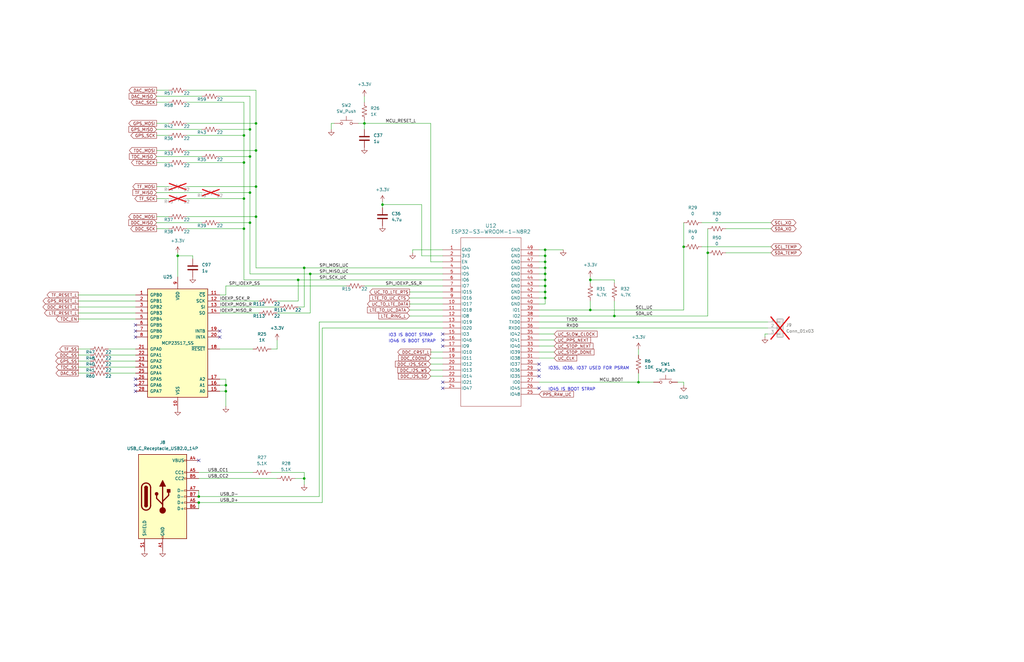
<source format=kicad_sch>
(kicad_sch (version 20231120) (generator "eeschema") (generator_version "8.0")
  (paper "USLedger")
  (title_block (title "MCU") (date "2024-02-02") (rev "0"))
  (lib_symbols
    (symbol "Connector:USB_C_Receptacle_USB2.0_14P" (pin_names (offset 1.016))
      (property "Reference" "J" (at 0 22.225 0))
      (property "Value" "USB_C_Receptacle_USB2.0_14P" (at 0 19.685 0))
      (symbol "USB_C_Receptacle_USB2.0_14P_0_0"
        (rectangle (start -0.254 -17.78) (end 0.254 -16.764))
        (rectangle (start 10.16 -4.826) (end 9.144 -5.334))
        (rectangle (start 10.16 -2.286) (end 9.144 -2.794))
        (rectangle (start 10.16 0.254) (end 9.144 -0.254))
        (rectangle (start 10.16 2.794) (end 9.144 2.286))
        (rectangle (start 10.16 7.874) (end 9.144 7.366))
        (rectangle (start 10.16 10.414) (end 9.144 9.906))
        (rectangle (start 10.16 15.494) (end 9.144 14.986))
      )
      (symbol "USB_C_Receptacle_USB2.0_14P_0_1"
        (rectangle (start -10.16 17.78) (end 10.16 -17.78) (stroke (width 0.254)) (fill (type background)))
        (arc (start -8.89 -3.81) (mid -6.985 -5.7067) (end -5.08 -3.81) (stroke (width 0.508)))
        (arc (start -7.62 -3.81) (mid -6.985 -4.4423) (end -6.35 -3.81) (stroke (width 0.254)))
        (arc (start -7.62 -3.81) (mid -6.985 -4.4423) (end -6.35 -3.81) (stroke (width 0.254)) (fill (type outline)))
        (rectangle (start -7.62 -3.81) (end -6.35 3.81) (stroke (width 0.254)) (fill (type outline)))
        (arc (start -6.35 3.81) (mid -6.985 4.4423) (end -7.62 3.81) (stroke (width 0.254)))
        (arc (start -6.35 3.81) (mid -6.985 4.4423) (end -7.62 3.81) (stroke (width 0.254)) (fill (type outline)))
        (arc (start -5.08 3.81) (mid -6.985 5.7067) (end -8.89 3.81) (stroke (width 0.508)))
        (circle (center -2.54 1.143) (radius 0.635) (stroke (width 0.254)) (fill (type outline)))
        (circle (center 0 -5.842) (radius 1.27) (fill (type outline)))
        (polyline (pts (xy -8.89 -3.81) (xy -8.89 3.81)) (stroke (width 0.508)))
        (polyline (pts (xy -5.08 3.81) (xy -5.08 -3.81)) (stroke (width 0.508)))
        (polyline (pts (xy 0 -5.842) (xy 0 4.318)) (stroke (width 0.508)))
        (polyline (pts (xy 0 -3.302) (xy -2.54 -0.762) (xy -2.54 0.508)) (stroke (width 0.508)))
        (polyline (pts (xy 0 -2.032) (xy 2.54 0.508) (xy 2.54 1.778)) (stroke (width 0.508)))
        (polyline (pts (xy -1.27 4.318) (xy 0 6.858) (xy 1.27 4.318) (xy -1.27 4.318)) (stroke (width 0.254)) (fill (type outline)))
        (rectangle (start 1.905 1.778) (end 3.175 3.048) (stroke (width 0.254)) (fill (type outline)))
      )
      (symbol "USB_C_Receptacle_USB2.0_14P_1_1"
        (pin passive line (at 0 -22.86 90) (length 5.08) (name "GND") (number "A1"))
        (pin passive line (at 0 -22.86 90) (length 5.08) hide (name "GND") (number "A12"))
        (pin passive line (at 15.24 15.24 180) (length 5.08) (name "VBUS") (number "A4"))
        (pin bidirectional line (at 15.24 10.16 180) (length 5.08) (name "CC1") (number "A5"))
        (pin bidirectional line (at 15.24 -2.54 180) (length 5.08) (name "D+") (number "A6"))
        (pin bidirectional line (at 15.24 2.54 180) (length 5.08) (name "D-") (number "A7"))
        (pin passive line (at 15.24 15.24 180) (length 5.08) hide (name "VBUS") (number "A9"))
        (pin passive line (at 0 -22.86 90) (length 5.08) hide (name "GND") (number "B1"))
        (pin passive line (at 0 -22.86 90) (length 5.08) hide (name "GND") (number "B12"))
        (pin passive line (at 15.24 15.24 180) (length 5.08) hide (name "VBUS") (number "B4"))
        (pin bidirectional line (at 15.24 7.62 180) (length 5.08) (name "CC2") (number "B5"))
        (pin bidirectional line (at 15.24 -5.08 180) (length 5.08) (name "D+") (number "B6"))
        (pin bidirectional line (at 15.24 0 180) (length 5.08) (name "D-") (number "B7"))
        (pin passive line (at 15.24 15.24 180) (length 5.08) hide (name "VBUS") (number "B9"))
        (pin passive line (at -7.62 -22.86 90) (length 5.08) (name "SHIELD") (number "S1"))
      )
    )
    (symbol "Connector_Generic:Conn_01x03" (pin_names (offset 1.016) hide)
      (property "Reference" "J" (at 0 5.08 0))
      (property "Value" "Conn_01x03" (at 0 -5.08 0))
      (symbol "Conn_01x03_1_1"
        (rectangle (start -1.27 -2.413) (end 0 -2.667) (stroke (width 0.1524)))
        (rectangle (start -1.27 0.127) (end 0 -0.127) (stroke (width 0.1524)))
        (rectangle (start -1.27 2.667) (end 0 2.413) (stroke (width 0.1524)))
        (rectangle (start -1.27 3.81) (end 1.27 -3.81) (stroke (width 0.254)) (fill (type background)))
        (pin passive line (at -5.08 2.54 0) (length 3.81) (name "Pin_1") (number "1"))
        (pin passive line (at -5.08 0 0) (length 3.81) (name "Pin_2") (number "2"))
        (pin passive line (at -5.08 -2.54 0) (length 3.81) (name "Pin_3") (number "3"))
      )
    )
    (symbol "Device:C" (pin_numbers hide) (pin_names (offset 0.254))
      (property "Reference" "C" (at 0.635 2.54 0))
      (property "Value" "C" (at 0.635 -2.54 0))
      (symbol "C_0_1"
        (polyline (pts (xy -2.032 -0.762) (xy 2.032 -0.762)) (stroke (width 0.508)))
        (polyline (pts (xy -2.032 0.762) (xy 2.032 0.762)) (stroke (width 0.508)))
      )
      (symbol "C_1_1"
        (pin passive line (at 0 3.81 270) (length 2.794) (name "~") (number "1"))
        (pin passive line (at 0 -3.81 90) (length 2.794) (name "~") (number "2"))
      )
    )
    (symbol "Device:R_US" (pin_numbers hide) (pin_names (offset 0))
      (property "Reference" "R" (at 2.54 0 90))
      (property "Value" "R_US" (at -2.54 0 90))
      (symbol "R_US_0_1"
        (polyline (pts (xy 0 -2.286) (xy 0 -2.54)))
        (polyline (pts (xy 0 2.286) (xy 0 2.54)))
        (polyline (pts (xy 0 -0.762) (xy 1.016 -1.143) (xy 0 -1.524) (xy -1.016 -1.905) (xy 0 -2.286)))
        (polyline (pts (xy 0 0.762) (xy 1.016 0.381) (xy 0 0) (xy -1.016 -0.381) (xy 0 -0.762)))
        (polyline (pts (xy 0 2.286) (xy 1.016 1.905) (xy 0 1.524) (xy -1.016 1.143) (xy 0 0.762)))
      )
      (symbol "R_US_1_1"
        (pin passive line (at 0 3.81 270) (length 1.27) (name "~") (number "1"))
        (pin passive line (at 0 -3.81 90) (length 1.27) (name "~") (number "2"))
      )
    )
    (symbol "Interface_Expansion:MCP23S17_SS" (pin_names (offset 1.016))
      (property "Reference" "U" (at -11.43 24.13 0))
      (property "Value" "MCP23S17_SS" (at 0 0 0))
      (symbol "MCP23S17_SS_0_1"
        (rectangle (start -12.7 22.86) (end 12.7 -22.86) (stroke (width 0.254)) (fill (type background)))
      )
      (symbol "MCP23S17_SS_1_1"
        (pin bidirectional line (at 17.78 20.32 180) (length 5.08) (name "GPB0") (number "1"))
        (pin power_in line (at 0 -27.94 90) (length 5.08) (name "VSS") (number "10"))
        (pin input line (at -17.78 20.32 0) (length 5.08) (name "~{CS}") (number "11"))
        (pin input line (at -17.78 17.78 0) (length 5.08) (name "SCK") (number "12"))
        (pin input line (at -17.78 15.24 0) (length 5.08) (name "SI") (number "13"))
        (pin output line (at -17.78 12.7 0) (length 5.08) (name "SO") (number "14"))
        (pin input line (at -17.78 -20.32 0) (length 5.08) (name "A0") (number "15"))
        (pin input line (at -17.78 -17.78 0) (length 5.08) (name "A1") (number "16"))
        (pin input line (at -17.78 -15.24 0) (length 5.08) (name "A2") (number "17"))
        (pin input line (at -17.78 -2.54 0) (length 5.08) (name "~{RESET}") (number "18"))
        (pin tri_state line (at -17.78 5.08 0) (length 5.08) (name "INTB") (number "19"))
        (pin bidirectional line (at 17.78 17.78 180) (length 5.08) (name "GPB1") (number "2"))
        (pin tri_state line (at -17.78 2.54 0) (length 5.08) (name "INTA") (number "20"))
        (pin bidirectional line (at 17.78 -2.54 180) (length 5.08) (name "GPA0") (number "21"))
        (pin bidirectional line (at 17.78 -5.08 180) (length 5.08) (name "GPA1") (number "22"))
        (pin bidirectional line (at 17.78 -7.62 180) (length 5.08) (name "GPA2") (number "23"))
        (pin bidirectional line (at 17.78 -10.16 180) (length 5.08) (name "GPA3") (number "24"))
        (pin bidirectional line (at 17.78 -12.7 180) (length 5.08) (name "GPA4") (number "25"))
        (pin bidirectional line (at 17.78 -15.24 180) (length 5.08) (name "GPA5") (number "26"))
        (pin bidirectional line (at 17.78 -17.78 180) (length 5.08) (name "GPA6") (number "27"))
        (pin bidirectional line (at 17.78 -20.32 180) (length 5.08) (name "GPA7") (number "28"))
        (pin bidirectional line (at 17.78 15.24 180) (length 5.08) (name "GPB2") (number "3"))
        (pin bidirectional line (at 17.78 12.7 180) (length 5.08) (name "GPB3") (number "4"))
        (pin bidirectional line (at 17.78 10.16 180) (length 5.08) (name "GPB4") (number "5"))
        (pin bidirectional line (at 17.78 7.62 180) (length 5.08) (name "GPB5") (number "6"))
        (pin bidirectional line (at 17.78 5.08 180) (length 5.08) (name "GPB6") (number "7"))
        (pin bidirectional line (at 17.78 2.54 180) (length 5.08) (name "GPB7") (number "8"))
        (pin power_in line (at 0 27.94 270) (length 5.08) (name "VDD") (number "9"))
      )
    )
    (symbol "Switch:SW_Push" (pin_numbers hide) (pin_names (offset 1.016) hide)
      (property "Reference" "SW" (at 1.27 2.54 0))
      (property "Value" "SW_Push" (at 0 -1.524 0))
      (symbol "SW_Push_0_1"
        (circle (center -2.032 0) (radius 0.508))
        (polyline (pts (xy 0 1.27) (xy 0 3.048)))
        (polyline (pts (xy 2.54 1.27) (xy -2.54 1.27)))
        (circle (center 2.032 0) (radius 0.508))
        (pin passive line (at -5.08 0 0) (length 2.54) (name "1") (number "1"))
        (pin passive line (at 5.08 0 180) (length 2.54) (name "2") (number "2"))
      )
    )
    (symbol "bgelb_lib:ESP32-S3-WROOM-1-N8R2" (pin_names (offset 0.254))
      (property "Reference" "U" (at 20.32 10.16 0))
      (property "Value" "ESP32-S3-WROOM-1-N8R2" (at 20.32 7.62 0))
      (symbol "ESP32-S3-WROOM-1-N8R2_0_1"
        (polyline (pts (xy 7.62 -66.04) (xy 33.02 -66.04)) (stroke (width 0.127)))
        (polyline (pts (xy 7.62 5.08) (xy 7.62 -66.04)) (stroke (width 0.127)))
        (polyline (pts (xy 33.02 -66.04) (xy 33.02 5.08)) (stroke (width 0.127)))
        (polyline (pts (xy 33.02 5.08) (xy 7.62 5.08)) (stroke (width 0.127)))
        (pin bidirectional line (at 0 -22.86 0) (length 7.62) (name "IO17") (number "10"))
        (pin bidirectional line (at 0 -25.4 0) (length 7.62) (name "IO18") (number "11"))
        (pin bidirectional line (at 0 -27.94 0) (length 7.62) (name "IO8") (number "12"))
        (pin bidirectional line (at 0 -30.48 0) (length 7.62) (name "IO19") (number "13"))
        (pin bidirectional line (at 0 -33.02 0) (length 7.62) (name "IO20") (number "14"))
        (pin bidirectional line (at 0 -35.56 0) (length 7.62) (name "IO3") (number "15"))
        (pin bidirectional line (at 0 -38.1 0) (length 7.62) (name "IO46") (number "16"))
        (pin bidirectional line (at 0 -40.64 0) (length 7.62) (name "IO9") (number "17"))
        (pin bidirectional line (at 0 -43.18 0) (length 7.62) (name "IO10") (number "18"))
        (pin bidirectional line (at 0 -45.72 0) (length 7.62) (name "IO11") (number "19"))
        (pin power_in line (at 0 -2.54 0) (length 7.62) (name "3V3") (number "2"))
        (pin bidirectional line (at 0 -48.26 0) (length 7.62) (name "IO12") (number "20"))
        (pin bidirectional line (at 0 -50.8 0) (length 7.62) (name "IO13") (number "21"))
        (pin bidirectional line (at 0 -53.34 0) (length 7.62) (name "IO14") (number "22"))
        (pin bidirectional line (at 0 -55.88 0) (length 7.62) (name "IO21") (number "23"))
        (pin bidirectional line (at 0 -58.42 0) (length 7.62) (name "IO47") (number "24"))
        (pin bidirectional line (at 40.64 -60.96 180) (length 7.62) (name "IO48") (number "25"))
        (pin bidirectional line (at 40.64 -58.42 180) (length 7.62) (name "IO45") (number "26"))
        (pin bidirectional line (at 40.64 -55.88 180) (length 7.62) (name "IO0") (number "27"))
        (pin bidirectional line (at 40.64 -53.34 180) (length 7.62) (name "IO35") (number "28"))
        (pin bidirectional line (at 40.64 -50.8 180) (length 7.62) (name "IO36") (number "29"))
        (pin input line (at 0 -5.08 0) (length 7.62) (name "EN") (number "3"))
        (pin bidirectional line (at 40.64 -48.26 180) (length 7.62) (name "IO37") (number "30"))
        (pin bidirectional line (at 40.64 -45.72 180) (length 7.62) (name "IO38") (number "31"))
        (pin bidirectional line (at 40.64 -43.18 180) (length 7.62) (name "IO39") (number "32"))
        (pin bidirectional line (at 40.64 -40.64 180) (length 7.62) (name "IO40") (number "33"))
        (pin bidirectional line (at 40.64 -38.1 180) (length 7.62) (name "IO41") (number "34"))
        (pin bidirectional line (at 40.64 -35.56 180) (length 7.62) (name "IO42") (number "35"))
        (pin bidirectional line (at 40.64 -33.02 180) (length 7.62) (name "RXD0") (number "36"))
        (pin bidirectional line (at 40.64 -30.48 180) (length 7.62) (name "TXD0") (number "37"))
        (pin bidirectional line (at 40.64 -27.94 180) (length 7.62) (name "IO2") (number "38"))
        (pin bidirectional line (at 40.64 -25.4 180) (length 7.62) (name "IO1") (number "39"))
        (pin bidirectional line (at 0 -7.62 0) (length 7.62) (name "IO4") (number "4"))
        (pin bidirectional line (at 0 -10.16 0) (length 7.62) (name "IO5") (number "5"))
        (pin bidirectional line (at 0 -12.7 0) (length 7.62) (name "IO6") (number "6"))
        (pin bidirectional line (at 0 -15.24 0) (length 7.62) (name "IO7") (number "7"))
        (pin bidirectional line (at 0 -17.78 0) (length 7.62) (name "IO15") (number "8"))
        (pin bidirectional line (at 0 -20.32 0) (length 7.62) (name "IO16") (number "9"))
      )
      (symbol "ESP32-S3-WROOM-1-N8R2_1_1"
        (pin power_in line (at 0 0 0) (length 7.62) (name "GND") (number "1"))
        (pin power_in line (at 40.64 -22.86 180) (length 7.62) (name "GND") (number "40"))
        (pin power_in line (at 40.64 -20.32 180) (length 7.62) (name "GND") (number "41"))
        (pin power_in line (at 40.64 -17.78 180) (length 7.62) (name "GND") (number "42"))
        (pin power_in line (at 40.64 -15.24 180) (length 7.62) (name "GND") (number "43"))
        (pin power_in line (at 40.64 -12.7 180) (length 7.62) (name "GND") (number "44"))
        (pin power_in line (at 40.64 -10.16 180) (length 7.62) (name "GND") (number "45"))
        (pin power_in line (at 40.64 -7.62 180) (length 7.62) (name "GND") (number "46"))
        (pin power_in line (at 40.64 -5.08 180) (length 7.62) (name "GND") (number "47"))
        (pin power_in line (at 40.64 -2.54 180) (length 7.62) (name "GND") (number "48"))
        (pin power_in line (at 40.64 0 180) (length 7.62) (name "GND") (number "49"))
      )
    )
    (symbol "power:+3.3V" (power) (pin_names (offset 0))
      (property "Value" "+3.3V" (at 0 3.556 0))
      (symbol "+3.3V_0_1"
        (polyline (pts (xy -0.762 1.27) (xy 0 2.54)))
        (polyline (pts (xy 0 0) (xy 0 2.54)))
        (polyline (pts (xy 0 2.54) (xy 0.762 1.27)))
      )
      (symbol "+3.3V_1_1"
        (pin power_in line (at 0 0 90) (length 0) hide (name "+3.3V") (number "1"))
      )
    )
    (symbol "power:GND" (power) (pin_names (offset 0))
      (property "Value" "GND" (at 0 -3.81 0))
      (symbol "GND_0_1"
        (polyline (pts (xy 0 0) (xy 0 -1.27) (xy 1.27 -1.27) (xy 0 -2.54) (xy -1.27 -1.27) (xy 0 -1.27)))
      )
      (symbol "GND_1_1"
        (pin power_in line (at 0 0 270) (length 0) hide (name "GND") (number "1"))
      )
    )
  )
  (junction (at 107.95 78.74))
  (junction (at 83.82 212.09))
  (junction (at 95.25 165.1))
  (junction (at 95.25 162.56))
  (junction (at 107.95 91.44))
  (junction (at 229.87 113.03))
  (junction (at 130.81 115.57))
  (junction (at 105.41 66.04))
  (junction (at 229.87 115.57))
  (junction (at 259.08 133.35))
  (junction (at 153.67 52.07))
  (junction (at 229.87 123.19))
  (junction (at 248.92 118.11))
  (junction (at 229.87 125.73))
  (junction (at 229.87 118.11))
  (junction (at 229.87 105.41))
  (junction (at 74.93 107.95))
  (junction (at 298.45 106.68))
  (junction (at 83.82 209.55))
  (junction (at 107.95 63.5))
  (junction (at 229.87 120.65))
  (junction (at 128.27 113.03))
  (junction (at 105.41 54.61))
  (junction (at 102.87 57.15))
  (junction (at 229.87 110.49))
  (junction (at 161.29 86.36))
  (junction (at 269.24 161.29))
  (junction (at 102.87 96.52))
  (junction (at 128.27 201.93))
  (junction (at 248.92 130.81))
  (junction (at 107.95 52.07))
  (junction (at 102.87 68.58))
  (junction (at 105.41 93.98))
  (junction (at 288.29 104.14))
  (junction (at 229.87 107.95))
  (junction (at 102.87 83.82))
  (junction (at 125.73 118.11))
  (junction (at 105.41 81.28))
  (no_connect (at 57.15 165.1))
  (no_connect (at 57.15 160.02))
  (no_connect (at 227.33 158.75))
  (no_connect (at 57.15 137.16))
  (no_connect (at 186.69 146.05))
  (no_connect (at 83.82 194.31))
  (no_connect (at 57.15 139.7))
  (no_connect (at 92.71 142.24))
  (no_connect (at 227.33 156.21))
  (no_connect (at 186.69 163.83))
  (no_connect (at 186.69 161.29))
  (no_connect (at 186.69 140.97))
  (no_connect (at 92.71 139.7))
  (no_connect (at 227.33 153.67))
  (no_connect (at 57.15 162.56))
  (no_connect (at 227.33 163.83))
  (no_connect (at 186.69 143.51))
  (no_connect (at 57.15 142.24))
  (wire (pts (xy 248.92 118.11) (xy 248.92 119.38)))
  (wire (pts (xy 128.27 113.03) (xy 186.69 113.03)))
  (wire (pts (xy 186.69 118.11) (xy 125.73 118.11)))
  (wire (pts (xy 33.02 134.62) (xy 57.15 134.62)))
  (wire (pts (xy 269.24 157.48) (xy 269.24 161.29)))
  (wire (pts (xy 186.69 105.41) (xy 173.99 105.41)))
  (wire (pts (xy 33.02 132.08) (xy 57.15 132.08)))
  (wire (pts (xy 128.27 201.93) (xy 128.27 204.47)))
  (wire (pts (xy 229.87 118.11) (xy 229.87 115.57)))
  (wire (pts (xy 181.61 153.67) (xy 186.69 153.67)))
  (wire (pts (xy 83.82 199.39) (xy 106.68 199.39)))
  (wire (pts (xy 102.87 96.52) (xy 102.87 83.82)))
  (wire (pts (xy 322.58 140.97) (xy 323.85 140.97)))
  (wire (pts (xy 66.04 57.15) (xy 71.12 57.15)))
  (wire (pts (xy 227.33 143.51) (xy 233.68 143.51)))
  (wire (pts (xy 105.41 93.98) (xy 105.41 81.28)))
  (wire (pts (xy 229.87 128.27) (xy 229.87 125.73)))
  (wire (pts (xy 135.89 212.09) (xy 135.89 138.43)))
  (wire (pts (xy 66.04 83.82) (xy 71.12 83.82)))
  (wire (pts (xy 134.62 209.55) (xy 134.62 135.89)))
  (wire (pts (xy 107.95 91.44) (xy 107.95 113.03)))
  (wire (pts (xy 33.02 129.54) (xy 57.15 129.54)))
  (wire (pts (xy 186.69 107.95) (xy 177.8 107.95)))
  (wire (pts (xy 114.3 147.32) (xy 116.84 147.32)))
  (wire (pts (xy 78.74 96.52) (xy 102.87 96.52)))
  (wire (pts (xy 95.25 162.56) (xy 95.25 165.1)))
  (wire (pts (xy 248.92 116.84) (xy 248.92 118.11)))
  (wire (pts (xy 172.72 128.27) (xy 186.69 128.27)))
  (wire (pts (xy 227.33 140.97) (xy 233.68 140.97)))
  (wire (pts (xy 92.71 129.54) (xy 118.11 129.54)))
  (wire (pts (xy 227.33 161.29) (xy 269.24 161.29)))
  (wire (pts (xy 306.07 96.52) (xy 325.12 96.52)))
  (wire (pts (xy 102.87 68.58) (xy 102.87 57.15)))
  (wire (pts (xy 139.7 54.61) (xy 139.7 52.07)))
  (wire (pts (xy 66.04 66.04) (xy 85.09 66.04)))
  (wire (pts (xy 298.45 96.52) (xy 298.45 106.68)))
  (wire (pts (xy 128.27 199.39) (xy 128.27 201.93)))
  (wire (pts (xy 125.73 129.54) (xy 128.27 129.54)))
  (wire (pts (xy 227.33 120.65) (xy 229.87 120.65)))
  (wire (pts (xy 45.72 154.94) (xy 57.15 154.94)))
  (wire (pts (xy 66.04 38.1) (xy 71.12 38.1)))
  (wire (pts (xy 227.33 125.73) (xy 229.87 125.73)))
  (wire (pts (xy 161.29 86.36) (xy 161.29 87.63)))
  (wire (pts (xy 227.33 138.43) (xy 323.85 138.43)))
  (wire (pts (xy 95.25 120.65) (xy 146.05 120.65)))
  (wire (pts (xy 66.04 43.18) (xy 71.12 43.18)))
  (wire (pts (xy 181.61 52.07) (xy 181.61 110.49)))
  (wire (pts (xy 92.71 147.32) (xy 106.68 147.32)))
  (wire (pts (xy 269.24 147.32) (xy 269.24 149.86)))
  (wire (pts (xy 107.95 78.74) (xy 107.95 91.44)))
  (wire (pts (xy 227.33 151.13) (xy 233.68 151.13)))
  (wire (pts (xy 102.87 118.11) (xy 125.73 118.11)))
  (wire (pts (xy 306.07 106.68) (xy 325.12 106.68)))
  (wire (pts (xy 45.72 147.32) (xy 57.15 147.32)))
  (wire (pts (xy 227.33 135.89) (xy 323.85 135.89)))
  (wire (pts (xy 92.71 162.56) (xy 95.25 162.56)))
  (wire (pts (xy 66.04 78.74) (xy 71.12 78.74)))
  (wire (pts (xy 95.25 124.46) (xy 92.71 124.46)))
  (wire (pts (xy 116.84 127) (xy 125.73 127)))
  (wire (pts (xy 186.69 115.57) (xy 130.81 115.57)))
  (wire (pts (xy 33.02 149.86) (xy 38.1 149.86)))
  (wire (pts (xy 181.61 151.13) (xy 186.69 151.13)))
  (wire (pts (xy 295.91 93.98) (xy 325.12 93.98)))
  (wire (pts (xy 66.04 63.5) (xy 71.12 63.5)))
  (wire (pts (xy 105.41 81.28) (xy 105.41 66.04)))
  (wire (pts (xy 139.7 52.07) (xy 140.97 52.07)))
  (wire (pts (xy 92.71 165.1) (xy 95.25 165.1)))
  (wire (pts (xy 227.33 128.27) (xy 229.87 128.27)))
  (wire (pts (xy 38.1 157.48) (xy 33.02 157.48)))
  (wire (pts (xy 83.82 209.55) (xy 134.62 209.55)))
  (wire (pts (xy 66.04 91.44) (xy 71.12 91.44)))
  (wire (pts (xy 81.28 109.22) (xy 81.28 107.95)))
  (wire (pts (xy 128.27 113.03) (xy 128.27 129.54)))
  (wire (pts (xy 229.87 113.03) (xy 229.87 110.49)))
  (wire (pts (xy 288.29 104.14) (xy 288.29 130.81)))
  (wire (pts (xy 153.67 52.07) (xy 181.61 52.07)))
  (wire (pts (xy 45.72 149.86) (xy 57.15 149.86)))
  (wire (pts (xy 227.33 107.95) (xy 229.87 107.95)))
  (wire (pts (xy 181.61 148.59) (xy 186.69 148.59)))
  (wire (pts (xy 295.91 104.14) (xy 325.12 104.14)))
  (wire (pts (xy 172.72 123.19) (xy 186.69 123.19)))
  (wire (pts (xy 124.46 201.93) (xy 128.27 201.93)))
  (wire (pts (xy 173.99 105.41) (xy 173.99 106.68)))
  (wire (pts (xy 102.87 57.15) (xy 78.74 57.15)))
  (wire (pts (xy 74.93 107.95) (xy 81.28 107.95)))
  (wire (pts (xy 229.87 120.65) (xy 229.87 118.11)))
  (wire (pts (xy 66.04 68.58) (xy 71.12 68.58)))
  (wire (pts (xy 153.67 40.64) (xy 153.67 43.18)))
  (wire (pts (xy 92.71 127) (xy 109.22 127)))
  (wire (pts (xy 181.61 110.49) (xy 186.69 110.49)))
  (wire (pts (xy 33.02 147.32) (xy 38.1 147.32)))
  (wire (pts (xy 161.29 85.09) (xy 161.29 86.36)))
  (wire (pts (xy 92.71 66.04) (xy 105.41 66.04)))
  (wire (pts (xy 227.33 110.49) (xy 229.87 110.49)))
  (wire (pts (xy 259.08 118.11) (xy 248.92 118.11)))
  (wire (pts (xy 116.84 132.08) (xy 130.81 132.08)))
  (wire (pts (xy 288.29 161.29) (xy 288.29 162.56)))
  (wire (pts (xy 153.67 54.61) (xy 153.67 52.07)))
  (wire (pts (xy 105.41 54.61) (xy 92.71 54.61)))
  (wire (pts (xy 269.24 161.29) (xy 275.59 161.29)))
  (wire (pts (xy 151.13 52.07) (xy 153.67 52.07)))
  (wire (pts (xy 66.04 81.28) (xy 85.09 81.28)))
  (wire (pts (xy 105.41 93.98) (xy 105.41 115.57)))
  (wire (pts (xy 45.72 157.48) (xy 57.15 157.48)))
  (wire (pts (xy 227.33 130.81) (xy 248.92 130.81)))
  (wire (pts (xy 66.04 54.61) (xy 85.09 54.61)))
  (wire (pts (xy 83.82 212.09) (xy 83.82 214.63)))
  (wire (pts (xy 33.02 124.46) (xy 57.15 124.46)))
  (wire (pts (xy 227.33 105.41) (xy 229.87 105.41)))
  (wire (pts (xy 83.82 207.01) (xy 83.82 209.55)))
  (wire (pts (xy 227.33 115.57) (xy 229.87 115.57)))
  (wire (pts (xy 92.71 40.64) (xy 105.41 40.64)))
  (wire (pts (xy 177.8 107.95) (xy 177.8 86.36)))
  (wire (pts (xy 298.45 133.35) (xy 259.08 133.35)))
  (wire (pts (xy 102.87 96.52) (xy 102.87 118.11)))
  (wire (pts (xy 172.72 125.73) (xy 186.69 125.73)))
  (wire (pts (xy 92.71 93.98) (xy 105.41 93.98)))
  (wire (pts (xy 116.84 147.32) (xy 116.84 143.51)))
  (wire (pts (xy 33.02 127) (xy 57.15 127)))
  (wire (pts (xy 259.08 127) (xy 259.08 133.35)))
  (wire (pts (xy 107.95 113.03) (xy 128.27 113.03)))
  (wire (pts (xy 105.41 66.04) (xy 105.41 54.61)))
  (wire (pts (xy 74.93 107.95) (xy 74.93 116.84)))
  (wire (pts (xy 114.3 199.39) (xy 128.27 199.39)))
  (wire (pts (xy 227.33 113.03) (xy 229.87 113.03)))
  (wire (pts (xy 105.41 115.57) (xy 130.81 115.57)))
  (wire (pts (xy 229.87 107.95) (xy 229.87 105.41)))
  (wire (pts (xy 248.92 127) (xy 248.92 130.81)))
  (wire (pts (xy 74.93 106.68) (xy 74.93 107.95)))
  (wire (pts (xy 227.33 123.19) (xy 229.87 123.19)))
  (wire (pts (xy 259.08 119.38) (xy 259.08 118.11)))
  (wire (pts (xy 227.33 118.11) (xy 229.87 118.11)))
  (wire (pts (xy 33.02 154.94) (xy 38.1 154.94)))
  (wire (pts (xy 92.71 81.28) (xy 105.41 81.28)))
  (wire (pts (xy 107.95 52.07) (xy 107.95 63.5)))
  (wire (pts (xy 229.87 125.73) (xy 229.87 123.19)))
  (wire (pts (xy 229.87 123.19) (xy 229.87 120.65)))
  (wire (pts (xy 107.95 38.1) (xy 107.95 52.07)))
  (wire (pts (xy 83.82 212.09) (xy 135.89 212.09)))
  (wire (pts (xy 125.73 118.11) (xy 125.73 127)))
  (wire (pts (xy 45.72 152.4) (xy 57.15 152.4)))
  (wire (pts (xy 105.41 40.64) (xy 105.41 54.61)))
  (wire (pts (xy 227.33 148.59) (xy 233.68 148.59)))
  (wire (pts (xy 83.82 201.93) (xy 116.84 201.93)))
  (wire (pts (xy 92.71 160.02) (xy 95.25 160.02)))
  (wire (pts (xy 102.87 83.82) (xy 102.87 68.58)))
  (wire (pts (xy 95.25 120.65) (xy 95.25 124.46)))
  (wire (pts (xy 172.72 130.81) (xy 186.69 130.81)))
  (wire (pts (xy 95.25 165.1) (xy 95.25 171.45)))
  (wire (pts (xy 78.74 83.82) (xy 102.87 83.82)))
  (wire (pts (xy 66.04 96.52) (xy 71.12 96.52)))
  (wire (pts (xy 33.02 152.4) (xy 38.1 152.4)))
  (wire (pts (xy 177.8 86.36) (xy 161.29 86.36)))
  (wire (pts (xy 135.89 138.43) (xy 186.69 138.43)))
  (wire (pts (xy 66.04 40.64) (xy 85.09 40.64)))
  (wire (pts (xy 78.74 91.44) (xy 107.95 91.44)))
  (wire (pts (xy 130.81 115.57) (xy 130.81 132.08)))
  (wire (pts (xy 153.67 120.65) (xy 186.69 120.65)))
  (wire (pts (xy 322.58 142.24) (xy 322.58 140.97)))
  (wire (pts (xy 285.75 161.29) (xy 288.29 161.29)))
  (wire (pts (xy 66.04 93.98) (xy 85.09 93.98)))
  (wire (pts (xy 134.62 135.89) (xy 186.69 135.89)))
  (wire (pts (xy 227.33 146.05) (xy 233.68 146.05)))
  (wire (pts (xy 288.29 93.98) (xy 288.29 104.14)))
  (wire (pts (xy 229.87 105.41) (xy 237.49 105.41)))
  (wire (pts (xy 78.74 43.18) (xy 102.87 43.18)))
  (wire (pts (xy 102.87 43.18) (xy 102.87 57.15)))
  (wire (pts (xy 78.74 78.74) (xy 107.95 78.74)))
  (wire (pts (xy 288.29 130.81) (xy 248.92 130.81)))
  (wire (pts (xy 92.71 132.08) (xy 109.22 132.08)))
  (wire (pts (xy 172.72 133.35) (xy 186.69 133.35)))
  (wire (pts (xy 66.04 52.07) (xy 71.12 52.07)))
  (wire (pts (xy 153.67 52.07) (xy 153.67 50.8)))
  (wire (pts (xy 95.25 160.02) (xy 95.25 162.56)))
  (wire (pts (xy 78.74 63.5) (xy 107.95 63.5)))
  (wire (pts (xy 181.61 158.75) (xy 186.69 158.75)))
  (wire (pts (xy 229.87 110.49) (xy 229.87 107.95)))
  (wire (pts (xy 78.74 38.1) (xy 107.95 38.1)))
  (wire (pts (xy 227.33 133.35) (xy 259.08 133.35)))
  (wire (pts (xy 229.87 115.57) (xy 229.87 113.03)))
  (wire (pts (xy 181.61 156.21) (xy 186.69 156.21)))
  (wire (pts (xy 107.95 63.5) (xy 107.95 78.74)))
  (wire (pts (xy 78.74 52.07) (xy 107.95 52.07)))
  (wire (pts (xy 298.45 106.68) (xy 298.45 133.35)))
  (wire (pts (xy 78.74 68.58) (xy 102.87 68.58)))
  (text "IO3 IS BOOT STRAP" (at 163.83 142.24 0) (effects (font (size 1.27 1.27)) (justify left bottom)))
  (text "IO35, IO36, IO37 USED FOR PSRAM" (at 231.14 156.21 0) (effects (font (size 1.27 1.27)) (justify left bottom)))
  (text "IO45 IS BOOT STRAP" (at 231.14 165.1 0) (effects (font (size 1.27 1.27)) (justify left bottom)))
  (text "IO46 IS BOOT STRAP" (at 163.83 144.78 0) (effects (font (size 1.27 1.27)) (justify left bottom)))
  (label "IOEXP_MOSI_R" (at 92.71 129.54 0))
  (label "TXD0" (at 238.76 135.89 0))
  (label "RXD0" (at 238.76 138.43 0))
  (label "USB_D-" (at 92.71 209.55 0))
  (label "SDA_UC" (at 267.97 133.35 0))
  (label "SCL_UC" (at 267.97 130.81 0))
  (label "SPI_IOEXP_SS_R" (at 162.56 120.65 0))
  (label "MCU_RESET_L" (at 162.56 52.07 0))
  (label "SPI_MISO_UC" (at 134.62 115.57 0))
  (label "SPI_SCK_UC" (at 134.62 118.11 0))
  (label "USB_D+" (at 92.71 212.09 0))
  (label "SPI_MOSI_UC" (at 134.62 113.03 0))
  (label "USB_CC1" (at 87.63 199.39 0))
  (label "IOEXP_MISO_R" (at 92.71 132.08 0))
  (label "USB_CC2" (at 87.63 201.93 0))
  (label "IOEXP_SCK_R" (at 92.71 127 0))
  (label "MCU_BOOT" (at 252.73 161.29 0))
  (label "SPI_IOEXP_SS" (at 96.52 120.65 0))
  (global_label "TF_SS" (shape output) (at 33.02 147.32 180) (property "Intersheetrefs" "${INTERSHEET_REFS}" (effects (hide yes))))
  (global_label "PPS_RAW_UC" (shape input) (at 227.33 166.37 0) (property "Intersheetrefs" "${INTERSHEET_REFS}" (effects (hide yes))))
  (global_label "TF_MISO" (shape input) (at 66.04 81.28 180) (property "Intersheetrefs" "${INTERSHEET_REFS}" (effects (hide yes))))
  (global_label "SDA_TEMP" (shape bidirectional) (at 325.12 106.68 0) (property "Intersheetrefs" "${INTERSHEET_REFS}" (effects (hide yes))))
  (global_label "LTE_TO_UC_CTS" (shape input) (at 172.72 125.73 180) (property "Intersheetrefs" "${INTERSHEET_REFS}" (effects (hide yes))))
  (global_label "TF_SCK" (shape output) (at 66.04 83.82 180) (property "Intersheetrefs" "${INTERSHEET_REFS}" (effects (hide yes))))
  (global_label "LTE_RESET_L" (shape output) (at 33.02 132.08 180) (property "Intersheetrefs" "${INTERSHEET_REFS}" (effects (hide yes))))
  (global_label "DDC_MISO" (shape input) (at 66.04 93.98 180) (property "Intersheetrefs" "${INTERSHEET_REFS}" (effects (hide yes))))
  (global_label "DDC_I2S_WS" (shape input) (at 181.61 156.21 180) (property "Intersheetrefs" "${INTERSHEET_REFS}" (effects (hide yes))))
  (global_label "GPS_SCK" (shape output) (at 66.04 57.15 180) (property "Intersheetrefs" "${INTERSHEET_REFS}" (effects (hide yes))))
  (global_label "DAC_SCK" (shape output) (at 66.04 43.18 180) (property "Intersheetrefs" "${INTERSHEET_REFS}" (effects (hide yes))))
  (global_label "TDC_SCK" (shape output) (at 66.04 68.58 180) (property "Intersheetrefs" "${INTERSHEET_REFS}" (effects (hide yes))))
  (global_label "UC_PPS_NEXT" (shape input) (at 233.68 143.51 0) (property "Intersheetrefs" "${INTERSHEET_REFS}" (effects (hide yes))))
  (global_label "TDC_SS" (shape output) (at 33.02 154.94 180) (property "Intersheetrefs" "${INTERSHEET_REFS}" (effects (hide yes))))
  (global_label "SCL_TEMP" (shape bidirectional) (at 325.12 104.14 0) (property "Intersheetrefs" "${INTERSHEET_REFS}" (effects (hide yes))))
  (global_label "DAC_SS" (shape output) (at 33.02 157.48 180) (property "Intersheetrefs" "${INTERSHEET_REFS}" (effects (hide yes))))
  (global_label "GPS_RESET_L" (shape output) (at 33.02 127 180) (property "Intersheetrefs" "${INTERSHEET_REFS}" (effects (hide yes))))
  (global_label "GPS_MISO" (shape input) (at 66.04 54.61 180) (property "Intersheetrefs" "${INTERSHEET_REFS}" (effects (hide yes))))
  (global_label "DAC_MISO" (shape input) (at 66.04 40.64 180) (property "Intersheetrefs" "${INTERSHEET_REFS}" (effects (hide yes))))
  (global_label "UC_SLOW_CLOCK" (shape input) (at 233.68 140.97 0) (property "Intersheetrefs" "${INTERSHEET_REFS}" (effects (hide yes))))
  (global_label "UC_STOP_NEXT" (shape input) (at 233.68 146.05 0) (property "Intersheetrefs" "${INTERSHEET_REFS}" (effects (hide yes))))
  (global_label "DDC_MOSI" (shape output) (at 66.04 91.44 180) (property "Intersheetrefs" "${INTERSHEET_REFS}" (effects (hide yes))))
  (global_label "UC_CLK" (shape input) (at 233.68 151.13 0) (property "Intersheetrefs" "${INTERSHEET_REFS}" (effects (hide yes))))
  (global_label "LTE_RING_L" (shape input) (at 172.72 133.35 180) (property "Intersheetrefs" "${INTERSHEET_REFS}" (effects (hide yes))))
  (global_label "SCL_XO" (shape bidirectional) (at 325.12 93.98 0) (property "Intersheetrefs" "${INTERSHEET_REFS}" (effects (hide yes))))
  (global_label "TDC_MOSI" (shape output) (at 66.04 63.5 180) (property "Intersheetrefs" "${INTERSHEET_REFS}" (effects (hide yes))))
  (global_label "DDC_CDONE" (shape input) (at 181.61 151.13 180) (property "Intersheetrefs" "${INTERSHEET_REFS}" (effects (hide yes))))
  (global_label "SDA_XO" (shape bidirectional) (at 325.12 96.52 0) (property "Intersheetrefs" "${INTERSHEET_REFS}" (effects (hide yes))))
  (global_label "TF_MOSI" (shape output) (at 66.04 78.74 180) (property "Intersheetrefs" "${INTERSHEET_REFS}" (effects (hide yes))))
  (global_label "DDC_I2S_SCK" (shape input) (at 181.61 153.67 180) (property "Intersheetrefs" "${INTERSHEET_REFS}" (effects (hide yes))))
  (global_label "DDC_SS" (shape output) (at 33.02 149.86 180) (property "Intersheetrefs" "${INTERSHEET_REFS}" (effects (hide yes))))
  (global_label "DDC_CRST_L" (shape output) (at 181.61 148.59 180) (property "Intersheetrefs" "${INTERSHEET_REFS}" (effects (hide yes))))
  (global_label "GPS_SS" (shape output) (at 33.02 152.4 180) (property "Intersheetrefs" "${INTERSHEET_REFS}" (effects (hide yes))))
  (global_label "DDC_RESET_L" (shape output) (at 33.02 129.54 180) (property "Intersheetrefs" "${INTERSHEET_REFS}" (effects (hide yes))))
  (global_label "TF_RESET_L" (shape output) (at 33.02 124.46 180) (property "Intersheetrefs" "${INTERSHEET_REFS}" (effects (hide yes))))
  (global_label "LTE_TO_UC_DATA" (shape input) (at 172.72 130.81 180) (property "Intersheetrefs" "${INTERSHEET_REFS}" (effects (hide yes))))
  (global_label "UC_TO_LTE_RTS" (shape output) (at 172.72 123.19 180) (property "Intersheetrefs" "${INTERSHEET_REFS}" (effects (hide yes))))
  (global_label "GPS_MOSI" (shape output) (at 66.04 52.07 180) (property "Intersheetrefs" "${INTERSHEET_REFS}" (effects (hide yes))))
  (global_label "DDC_I2S_SD" (shape input) (at 181.61 158.75 180) (property "Intersheetrefs" "${INTERSHEET_REFS}" (effects (hide yes))))
  (global_label "UC_STOP_DONE" (shape input) (at 233.68 148.59 0) (property "Intersheetrefs" "${INTERSHEET_REFS}" (effects (hide yes))))
  (global_label "TDC_MISO" (shape input) (at 66.04 66.04 180) (property "Intersheetrefs" "${INTERSHEET_REFS}" (effects (hide yes))))
  (global_label "TDC_EN" (shape output) (at 33.02 134.62 180) (property "Intersheetrefs" "${INTERSHEET_REFS}" (effects (hide yes))))
  (global_label "DDC_SCK" (shape output) (at 66.04 96.52 180) (property "Intersheetrefs" "${INTERSHEET_REFS}" (effects (hide yes))))
  (global_label "DAC_MOSI" (shape output) (at 66.04 38.1 180) (property "Intersheetrefs" "${INTERSHEET_REFS}" (effects (hide yes))))
  (global_label "UC_TO_LTE_DATA" (shape output) (at 172.72 128.27 180) (property "Intersheetrefs" "${INTERSHEET_REFS}" (effects (hide yes))))
  (symbol (lib_id "power:GND") (at 60.96 232.41 0) (unit 1)
    (property "Reference" "#PWR085" (effects (hide yes)))
    (property "Value" "GND" (effects (hide yes)))
  )
  (symbol (lib_id "Device:R_US") (at 248.92 123.19 0) (unit 1)
    (property "Reference" "R31" (at 251.46 121.92 0) (effects (justify left)))
    (property "Value" "4.7K" (at 251.46 124.46 0) (effects (justify left)))
    (property "Footprint" "Resistor_SMD:R_0603_1608Metric_Pad0.98x0.95mm_HandSolder" (effects (hide yes)))
  )
  (symbol (lib_id "power:GND") (at 95.25 171.45 0) (unit 1)
    (property "Reference" "#PWR0215" (effects (hide yes)))
    (property "Value" "GND" (effects (hide yes)))
  )
  (symbol (lib_id "Device:R_US") (at 153.67 46.99 0) (unit 1)
    (property "Reference" "R26" (at 156.21 45.72 0) (effects (justify left)))
    (property "Value" "1K" (at 156.21 48.26 0) (effects (justify left)))
    (property "Footprint" "Resistor_SMD:R_0603_1608Metric_Pad0.98x0.95mm_HandSolder" (effects (hide yes)))
  )
  (symbol (lib_id "power:GND") (at 128.27 204.47 0) (unit 1)
    (property "Reference" "#PWR086" (effects (hide yes)))
    (property "Value" "GND" (effects (hide yes)))
  )
  (symbol (lib_id "Device:R_US") (at 41.91 149.86 90) (unit 1)
    (property "Reference" "R48" (at 38.1 151.13 90))
    (property "Value" "22" (at 45.72 151.13 90))
    (property "Footprint" "Resistor_SMD:R_0603_1608Metric_Pad0.98x0.95mm_HandSolder" (effects (hide yes)))
  )
  (symbol (lib_id "Device:R_US") (at 74.93 68.58 90) (unit 1)
    (property "Reference" "R34" (at 71.12 69.85 90))
    (property "Value" "22" (at 78.74 69.85 90))
    (property "Footprint" "Resistor_SMD:R_0603_1608Metric_Pad0.98x0.95mm_HandSolder" (effects (hide yes)))
  )
  (symbol (lib_id "Device:R_US") (at 292.1 93.98 90) (unit 1)
    (property "Reference" "R29" (at 292.1 87.63 90))
    (property "Value" "0" (at 292.1 90.17 90))
    (property "Footprint" "Resistor_SMD:R_0603_1608Metric_Pad0.98x0.95mm_HandSolder" (effects (hide yes)))
  )
  (symbol (lib_id "power:GND") (at 288.29 162.56 0) (unit 1)
    (property "Reference" "#PWR090" (effects (hide yes)))
    (property "Value" "GND" (at 288.29 167.64 0))
  )
  (symbol (lib_id "bgelb_lib:ESP32-S3-WROOM-1-N8R2") (at 186.69 105.41 0) (unit 1)
    (property "Reference" "U12" (at 207.01 95.25 0) (effects (font (size 1.524 1.524))))
    (property "Value" "ESP32-S3-WROOM-1-N8R2" (at 207.01 97.79 0) (effects (font (size 1.524 1.524))))
    (property "Footprint" "bgelb_footprint:ESP32-S3-WROOM-1_EXP" (effects (hide yes)))
    (property "Datasheet" "ESP32-S3-WROOM-1-N8R2" (effects (hide yes)))
  )
  (symbol (lib_id "Connector_Generic:Conn_01x03") (at 328.93 138.43 0) (unit 1) (dnp yes)
    (property "Reference" "J9" (at 331.47 137.16 0) (effects (justify left)))
    (property "Value" "Conn_01x03" (at 331.47 139.7 0) (effects (justify left)))
    (property "Footprint" "Connector_PinHeader_2.54mm:PinHeader_1x03_P2.54mm_Vertical" (effects (hide yes)))
  )
  (symbol (lib_id "Device:C") (at 153.67 58.42 0) (unit 1)
    (property "Reference" "C37" (at 157.48 57.15 0) (effects (justify left)))
    (property "Value" "1u" (at 157.48 59.69 0) (effects (justify left)))
    (property "Footprint" "Capacitor_SMD:C_0603_1608Metric_Pad1.08x0.95mm_HandSolder" (effects (hide yes)))
  )
  (symbol (lib_id "Device:R_US") (at 259.08 123.19 0) (unit 1)
    (property "Reference" "R32" (at 261.62 121.92 0) (effects (justify left)))
    (property "Value" "4.7K" (at 261.62 124.46 0) (effects (justify left)))
    (property "Footprint" "Resistor_SMD:R_0603_1608Metric_Pad0.98x0.95mm_HandSolder" (effects (hide yes)))
  )
  (symbol (lib_id "Device:R_US") (at 74.93 52.07 90) (unit 1)
    (property "Reference" "R42" (at 71.12 53.34 90))
    (property "Value" "22" (at 78.74 53.34 90))
    (property "Footprint" "Resistor_SMD:R_0603_1608Metric_Pad0.98x0.95mm_HandSolder" (effects (hide yes)))
  )
  (symbol (lib_id "power:GND") (at 173.99 106.68 0) (unit 1)
    (property "Reference" "#PWR080" (effects (hide yes)))
    (property "Value" "GND" (effects (hide yes)))
  )
  (symbol (lib_id "Device:R_US") (at 88.9 93.98 90) (unit 1)
    (property "Reference" "R39" (at 85.09 95.25 90))
    (property "Value" "22" (at 92.71 95.25 90))
    (property "Footprint" "Resistor_SMD:R_0603_1608Metric_Pad0.98x0.95mm_HandSolder" (effects (hide yes)))
  )
  (symbol (lib_id "power:GND") (at 153.67 62.23 0) (unit 1)
    (property "Reference" "#PWR089" (effects (hide yes)))
    (property "Value" "GND" (effects (hide yes)))
  )
  (symbol (lib_id "Device:R_US") (at 302.26 96.52 90) (unit 1)
    (property "Reference" "R30" (at 302.26 90.17 90))
    (property "Value" "0" (at 302.26 92.71 90))
    (property "Footprint" "Resistor_SMD:R_0603_1608Metric_Pad0.98x0.95mm_HandSolder" (effects (hide yes)))
  )
  (symbol (lib_id "Device:R_US") (at 74.93 83.82 90) (unit 1) (dnp yes)
    (property "Reference" "R45" (at 71.12 85.09 90))
    (property "Value" "22" (at 78.74 85.09 90))
    (property "Footprint" "Resistor_SMD:R_0603_1608Metric_Pad0.98x0.95mm_HandSolder" (effects (hide yes)))
  )
  (symbol (lib_id "Device:R_US") (at 41.91 157.48 270) (unit 1)
    (property "Reference" "R60" (at 38.1 158.75 90))
    (property "Value" "22" (at 45.72 158.75 90))
    (property "Footprint" "Resistor_SMD:R_0603_1608Metric_Pad0.98x0.95mm_HandSolder" (effects (hide yes)))
  )
  (symbol (lib_id "power:+3.3V") (at 116.84 143.51 0) (unit 1)
    (property "Reference" "#PWR0216" (effects (hide yes)))
    (property "Value" "+3.3V" (at 116.84 138.43 0))
  )
  (symbol (lib_id "power:GND") (at 68.58 232.41 0) (unit 1)
    (property "Reference" "#PWR084" (effects (hide yes)))
    (property "Value" "GND" (effects (hide yes)))
  )
  (symbol (lib_id "Device:R_US") (at 113.03 127 90) (unit 1)
    (property "Reference" "R112" (at 109.22 128.27 90))
    (property "Value" "22" (at 116.84 128.27 90))
    (property "Footprint" "Resistor_SMD:R_0603_1608Metric_Pad0.98x0.95mm_HandSolder" (effects (hide yes)))
  )
  (symbol (lib_id "Device:R_US") (at 302.26 106.68 90) (unit 1)
    (property "Reference" "R50" (at 302.26 100.33 90))
    (property "Value" "0" (at 302.26 102.87 90))
    (property "Footprint" "Resistor_SMD:R_0603_1608Metric_Pad0.98x0.95mm_HandSolder" (effects (hide yes)))
  )
  (symbol (lib_id "power:GND") (at 81.28 116.84 0) (unit 1)
    (property "Reference" "#PWR083" (effects (hide yes)))
    (property "Value" "GND" (effects (hide yes)))
  )
  (symbol (lib_id "Switch:SW_Push") (at 280.67 161.29 0) (unit 1)
    (property "Reference" "SW1" (at 280.67 153.67 0))
    (property "Value" "SW_Push" (at 280.67 156.21 0))
    (property "Footprint" "Button_Switch_SMD:SW_SPST_B3U-1000P" (effects (hide yes)))
  )
  (symbol (lib_id "Device:R_US") (at 88.9 40.64 90) (unit 1)
    (property "Reference" "R59" (at 85.09 41.91 90))
    (property "Value" "22" (at 92.71 41.91 90))
    (property "Footprint" "Resistor_SMD:R_0603_1608Metric_Pad0.98x0.95mm_HandSolder" (effects (hide yes)))
  )
  (symbol (lib_id "power:+3.3V") (at 153.67 40.64 0) (unit 1)
    (property "Reference" "#PWR079" (effects (hide yes)))
    (property "Value" "+3.3V" (at 153.67 35.56 0))
  )
  (symbol (lib_id "Connector:USB_C_Receptacle_USB2.0_14P") (at 68.58 209.55 0) (unit 1)
    (property "Reference" "J8" (at 68.58 186.69 0))
    (property "Value" "USB_C_Receptacle_USB2.0_14P" (at 68.58 189.23 0))
    (property "Footprint" "Connector_USB:USB_C_Receptacle_Molex_105450-0101" (effects (hide yes)))
    (property "Datasheet" "https://www.usb.org/sites/default/files/documents/usb_type-c.zip" (effects (hide yes)))
  )
  (symbol (lib_id "power:+3.3V") (at 74.93 106.68 0) (unit 1)
    (property "Reference" "#PWR078" (effects (hide yes)))
    (property "Value" "+3.3V" (at 74.93 101.6 0))
  )
  (symbol (lib_id "Device:R_US") (at 41.91 147.32 90) (unit 1)
    (property "Reference" "R47" (at 38.1 148.59 90))
    (property "Value" "22" (at 45.72 148.59 90))
    (property "Footprint" "Resistor_SMD:R_0603_1608Metric_Pad0.98x0.95mm_HandSolder" (effects (hide yes)))
  )
  (symbol (lib_id "Device:R_US") (at 41.91 154.94 90) (unit 1)
    (property "Reference" "R41" (at 38.1 156.21 90))
    (property "Value" "22" (at 45.72 156.21 90))
    (property "Footprint" "Resistor_SMD:R_0603_1608Metric_Pad0.98x0.95mm_HandSolder" (effects (hide yes)))
  )
  (symbol (lib_id "Device:C") (at 161.29 91.44 0) (unit 1)
    (property "Reference" "C36" (at 165.1 90.17 0) (effects (justify left)))
    (property "Value" "4.7u" (at 165.1 92.71 0) (effects (justify left)))
    (property "Footprint" "Capacitor_SMD:C_0603_1608Metric_Pad1.08x0.95mm_HandSolder" (effects (hide yes)))
  )
  (symbol (lib_id "Device:R_US") (at 74.93 38.1 90) (unit 1)
    (property "Reference" "R57" (at 71.12 39.37 90))
    (property "Value" "22" (at 78.74 39.37 90))
    (property "Footprint" "Resistor_SMD:R_0603_1608Metric_Pad0.98x0.95mm_HandSolder" (effects (hide yes)))
  )
  (symbol (lib_id "power:GND") (at 74.93 172.72 0) (unit 1)
    (property "Reference" "#PWR0214" (effects (hide yes)))
    (property "Value" "GND" (effects (hide yes)))
  )
  (symbol (lib_id "Device:R_US") (at 110.49 147.32 90) (unit 1)
    (property "Reference" "R25" (at 110.49 140.97 90))
    (property "Value" "1K" (at 110.49 143.51 90))
    (property "Footprint" "Resistor_SMD:R_0603_1608Metric_Pad0.98x0.95mm_HandSolder" (effects (hide yes)))
  )
  (symbol (lib_id "Device:R_US") (at 292.1 104.14 90) (unit 1)
    (property "Reference" "R49" (at 292.1 97.79 90))
    (property "Value" "0" (at 292.1 100.33 90))
    (property "Footprint" "Resistor_SMD:R_0603_1608Metric_Pad0.98x0.95mm_HandSolder" (effects (hide yes)))
  )
  (symbol (lib_id "Device:R_US") (at 41.91 152.4 90) (unit 1)
    (property "Reference" "R40" (at 38.1 153.67 90))
    (property "Value" "22" (at 45.72 153.67 90))
    (property "Footprint" "Resistor_SMD:R_0603_1608Metric_Pad0.98x0.95mm_HandSolder" (effects (hide yes)))
  )
  (symbol (lib_id "power:+3.3V") (at 269.24 147.32 0) (unit 1)
    (property "Reference" "#PWR0222" (effects (hide yes)))
    (property "Value" "+3.3V" (at 269.24 142.24 0))
  )
  (symbol (lib_id "Device:R_US") (at 113.03 132.08 90) (unit 1)
    (property "Reference" "R113" (at 109.22 133.35 90))
    (property "Value" "22" (at 116.84 133.35 90))
    (property "Footprint" "Resistor_SMD:R_0603_1608Metric_Pad0.98x0.95mm_HandSolder" (effects (hide yes)))
  )
  (symbol (lib_id "Device:R_US") (at 120.65 201.93 90) (unit 1)
    (property "Reference" "R28" (at 120.65 195.58 90))
    (property "Value" "5.1K" (at 120.65 198.12 90))
    (property "Footprint" "Resistor_SMD:R_0603_1608Metric_Pad0.98x0.95mm_HandSolder" (effects (hide yes)))
  )
  (symbol (lib_id "Device:R_US") (at 88.9 66.04 90) (unit 1)
    (property "Reference" "R35" (at 85.09 67.31 90))
    (property "Value" "22" (at 92.71 67.31 90))
    (property "Footprint" "Resistor_SMD:R_0603_1608Metric_Pad0.98x0.95mm_HandSolder" (effects (hide yes)))
  )
  (symbol (lib_id "Device:R_US") (at 269.24 153.67 0) (unit 1)
    (property "Reference" "R6" (at 271.78 152.4 0) (effects (justify left)))
    (property "Value" "10K" (at 271.78 154.94 0) (effects (justify left)))
    (property "Footprint" "Resistor_SMD:R_0603_1608Metric_Pad0.98x0.95mm_HandSolder" (effects (hide yes)))
  )
  (symbol (lib_id "Device:R_US") (at 110.49 199.39 90) (unit 1)
    (property "Reference" "R27" (at 110.49 193.04 90))
    (property "Value" "5.1K" (at 110.49 195.58 90))
    (property "Footprint" "Resistor_SMD:R_0603_1608Metric_Pad0.98x0.95mm_HandSolder" (effects (hide yes)))
  )
  (symbol (lib_id "Device:C") (at 81.28 113.03 0) (unit 1)
    (property "Reference" "C97" (at 85.09 111.76 0) (effects (justify left)))
    (property "Value" "1u" (at 85.09 114.3 0) (effects (justify left)))
    (property "Footprint" "Capacitor_SMD:C_0603_1608Metric_Pad1.08x0.95mm_HandSolder" (effects (hide yes)))
  )
  (symbol (lib_id "power:GND") (at 237.49 105.41 0) (unit 1)
    (property "Reference" "#PWR088" (effects (hide yes)))
    (property "Value" "GND" (effects (hide yes)))
  )
  (symbol (lib_id "power:GND") (at 322.58 142.24 0) (unit 1)
    (property "Reference" "#PWR087" (effects (hide yes)))
    (property "Value" "GND" (effects (hide yes)))
  )
  (symbol (lib_id "Device:R_US") (at 74.93 91.44 90) (unit 1)
    (property "Reference" "R37" (at 71.12 92.71 90))
    (property "Value" "22" (at 78.74 92.71 90))
    (property "Footprint" "Resistor_SMD:R_0603_1608Metric_Pad0.98x0.95mm_HandSolder" (effects (hide yes)))
  )
  (symbol (lib_id "power:+3.3V") (at 248.92 116.84 0) (unit 1)
    (property "Reference" "#PWR092" (effects (hide yes)))
    (property "Value" "+3.3V" (at 248.92 111.76 0))
  )
  (symbol (lib_id "Device:R_US") (at 74.93 96.52 90) (unit 1)
    (property "Reference" "R38" (at 71.12 97.79 90))
    (property "Value" "22" (at 78.74 97.79 90))
    (property "Footprint" "Resistor_SMD:R_0603_1608Metric_Pad0.98x0.95mm_HandSolder" (effects (hide yes)))
  )
  (symbol (lib_id "power:GND") (at 161.29 95.25 0) (unit 1)
    (property "Reference" "#PWR081" (effects (hide yes)))
    (property "Value" "GND" (effects (hide yes)))
  )
  (symbol (lib_id "Device:R_US") (at 74.93 57.15 90) (unit 1)
    (property "Reference" "R36" (at 71.12 58.42 90))
    (property "Value" "22" (at 78.74 58.42 90))
    (property "Footprint" "Resistor_SMD:R_0603_1608Metric_Pad0.98x0.95mm_HandSolder" (effects (hide yes)))
  )
  (symbol (lib_id "Device:R_US") (at 149.86 120.65 90) (unit 1)
    (property "Reference" "R15" (at 146.05 121.92 90))
    (property "Value" "22" (at 153.67 121.92 90))
    (property "Footprint" "Resistor_SMD:R_0603_1608Metric_Pad0.98x0.95mm_HandSolder" (effects (hide yes)))
  )
  (symbol (lib_id "Device:R_US") (at 121.92 129.54 90) (unit 1)
    (property "Reference" "R114" (at 118.11 130.81 90))
    (property "Value" "22" (at 125.73 130.81 90))
    (property "Footprint" "Resistor_SMD:R_0603_1608Metric_Pad0.98x0.95mm_HandSolder" (effects (hide yes)))
  )
  (symbol (lib_id "Device:R_US") (at 74.93 63.5 90) (unit 1)
    (property "Reference" "R33" (at 71.12 64.77 90))
    (property "Value" "22" (at 78.74 64.77 90))
    (property "Footprint" "Resistor_SMD:R_0603_1608Metric_Pad0.98x0.95mm_HandSolder" (effects (hide yes)))
  )
  (symbol (lib_id "Device:R_US") (at 74.93 78.74 90) (unit 1) (dnp yes)
    (property "Reference" "R44" (at 71.12 80.01 90))
    (property "Value" "22" (at 78.74 80.01 90))
    (property "Footprint" "Resistor_SMD:R_0603_1608Metric_Pad0.98x0.95mm_HandSolder" (effects (hide yes)))
  )
  (symbol (lib_id "Device:R_US") (at 74.93 43.18 90) (unit 1)
    (property "Reference" "R58" (at 71.12 44.45 90))
    (property "Value" "22" (at 78.74 44.45 90))
    (property "Footprint" "Resistor_SMD:R_0603_1608Metric_Pad0.98x0.95mm_HandSolder" (effects (hide yes)))
  )
  (symbol (lib_id "Device:R_US") (at 88.9 54.61 90) (unit 1)
    (property "Reference" "R43" (at 85.09 55.88 90))
    (property "Value" "22" (at 92.71 55.88 90))
    (property "Footprint" "Resistor_SMD:R_0603_1608Metric_Pad0.98x0.95mm_HandSolder" (effects (hide yes)))
  )
  (symbol (lib_id "Device:R_US") (at 88.9 81.28 90) (unit 1) (dnp yes)
    (property "Reference" "R46" (at 85.09 82.55 90))
    (property "Value" "22" (at 92.71 82.55 90))
    (property "Footprint" "Resistor_SMD:R_0603_1608Metric_Pad0.98x0.95mm_HandSolder" (effects (hide yes)))
  )
  (symbol (lib_id "Switch:SW_Push") (at 146.05 52.07 0) (unit 1)
    (property "Reference" "SW2" (at 146.05 44.45 0))
    (property "Value" "SW_Push" (at 146.05 46.99 0))
    (property "Footprint" "Button_Switch_SMD:SW_SPST_B3U-1000P" (effects (hide yes)))
  )
  (symbol (lib_id "power:GND") (at 139.7 54.61 0) (unit 1)
    (property "Reference" "#PWR091" (effects (hide yes)))
    (property "Value" "GND" (effects (hide yes)))
  )
  (symbol (lib_id "Interface_Expansion:MCP23S17_SS") (at 74.93 144.78 0) (mirror y) (unit 1)
    (property "Reference" "U25" (at 72.7359 116.84 0) (effects (justify left)))
    (property "Value" "MCP23S17_SS" (at 74.93 144.78 0))
    (property "Footprint" "Package_SO:SSOP-28_5.3x10.2mm_P0.65mm" (effects (hide yes)))
    (property "Datasheet" "http://ww1.microchip.com/downloads/en/DeviceDoc/20001952C.pdf" (effects (hide yes)))
  )
  (symbol (lib_id "power:+3.3V") (at 161.29 85.09 0) (unit 1)
    (property "Reference" "#PWR082" (effects (hide yes)))
    (property "Value" "+3.3V" (at 161.29 80.01 0))
  )
)
</source>
